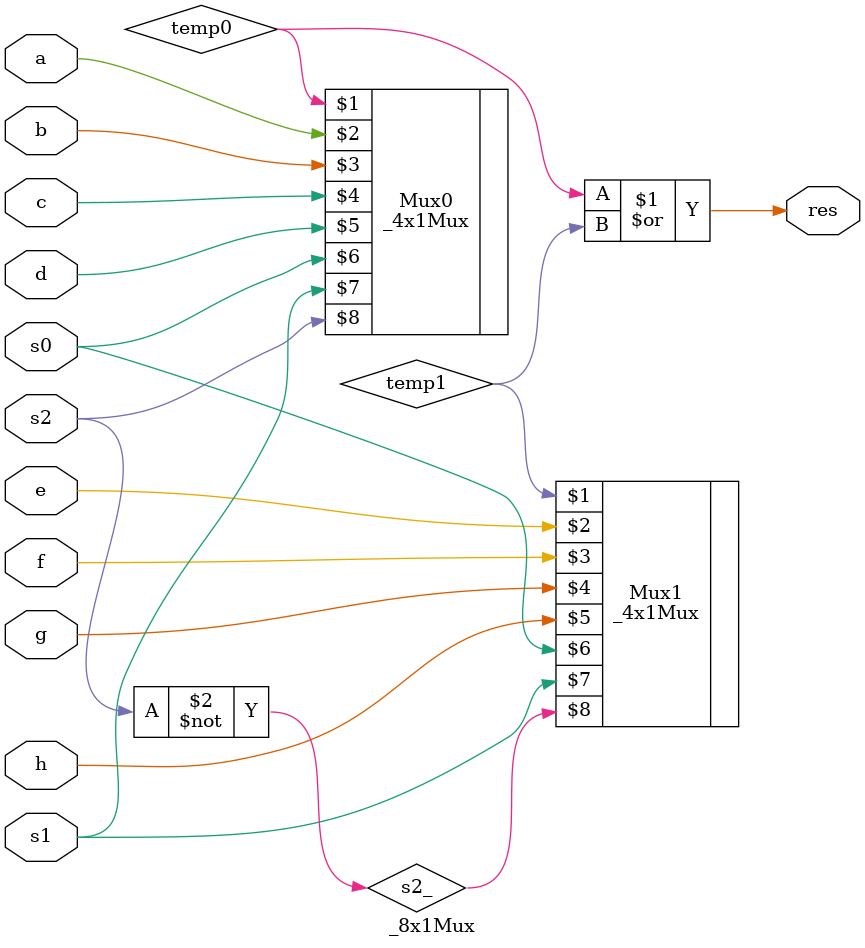
<source format=v>
module _8x1Mux(res, a, b, c, d, e, f, g, h, s0, s1, s2);
input a, b, c, d, e, f, g, h,s0,s1,s2;
output res;
wire s2_, temp0, temp1;

// take s2 not
not(s2_, s2);

// merge 4x1 muxes
_4x1Mux Mux0 (temp0, a, b, c, d, s0, s1, s2);
_4x1Mux Mux1 (temp1, e, f, g, h, s0, s1, s2_);

// take result from temps
or(res, temp0, temp1);

endmodule


</source>
